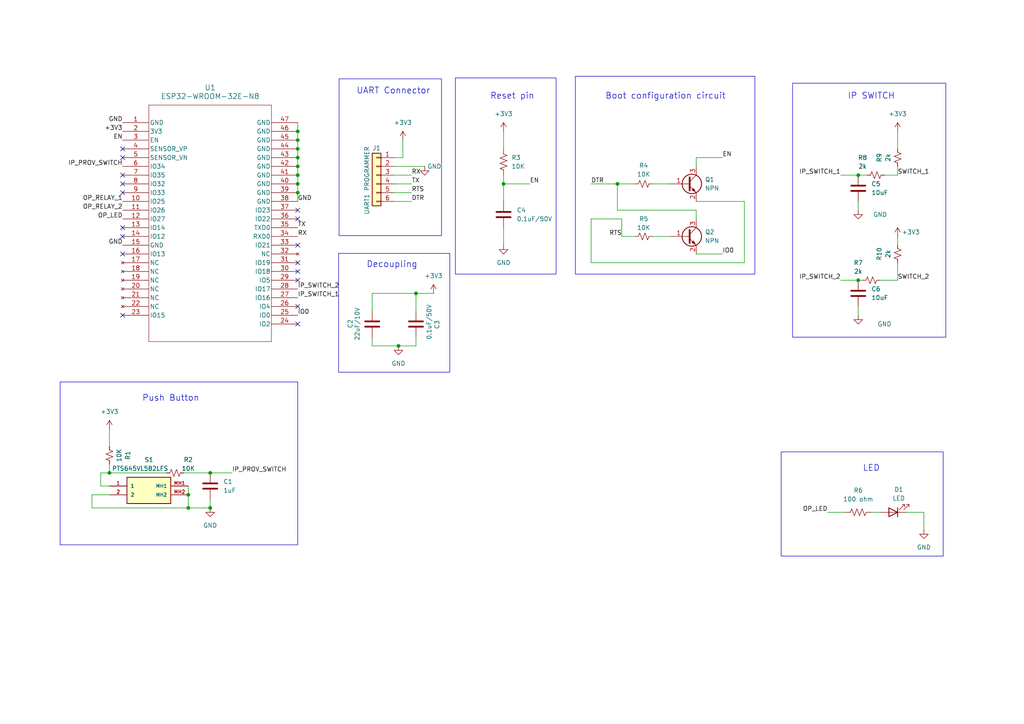
<source format=kicad_sch>
(kicad_sch (version 20231120) (generator "eeschema") (generator_version "8.0")
  (paper "A4")
  (lib_symbols
    (symbol "Connector_Generic:Conn_01x06" (pin_names (offset 1.016) hide)
      (property "Reference" "J" (at 0 7.62 0))
      (property "Value" "Conn_01x06" (at 0 -10.16 0))
      (symbol "Conn_01x06_1_1"
        (rectangle (start -1.27 -7.493) (end 0 -7.747) (stroke (width 0.1524)))
        (rectangle (start -1.27 -4.953) (end 0 -5.207) (stroke (width 0.1524)))
        (rectangle (start -1.27 -2.413) (end 0 -2.667) (stroke (width 0.1524)))
        (rectangle (start -1.27 0.127) (end 0 -0.127) (stroke (width 0.1524)))
        (rectangle (start -1.27 2.667) (end 0 2.413) (stroke (width 0.1524)))
        (rectangle (start -1.27 5.207) (end 0 4.953) (stroke (width 0.1524)))
        (rectangle (start -1.27 6.35) (end 1.27 -8.89) (stroke (width 0.254)) (fill (type background)))
        (pin passive line (at -5.08 5.08 0) (length 3.81) (name "Pin_1") (number "1"))
        (pin passive line (at -5.08 2.54 0) (length 3.81) (name "Pin_2") (number "2"))
        (pin passive line (at -5.08 0 0) (length 3.81) (name "Pin_3") (number "3"))
        (pin passive line (at -5.08 -2.54 0) (length 3.81) (name "Pin_4") (number "4"))
        (pin passive line (at -5.08 -5.08 0) (length 3.81) (name "Pin_5") (number "5"))
        (pin passive line (at -5.08 -7.62 0) (length 3.81) (name "Pin_6") (number "6"))
      )
    )
    (symbol "Device:C" (pin_numbers hide) (pin_names (offset 0.254))
      (property "Reference" "C" (at 0.635 2.54 0))
      (property "Value" "C" (at 0.635 -2.54 0))
      (symbol "C_0_1"
        (polyline (pts (xy -2.032 -0.762) (xy 2.032 -0.762)) (stroke (width 0.508)))
        (polyline (pts (xy -2.032 0.762) (xy 2.032 0.762)) (stroke (width 0.508)))
      )
      (symbol "C_1_1"
        (pin passive line (at 0 3.81 270) (length 2.794) (name "~") (number "1"))
        (pin passive line (at 0 -3.81 90) (length 2.794) (name "~") (number "2"))
      )
    )
    (symbol "Device:LED" (pin_numbers hide) (pin_names (offset 1.016) hide)
      (property "Reference" "D" (at 0 2.54 0))
      (property "Value" "LED" (at 0 -2.54 0))
      (symbol "LED_0_1"
        (polyline (pts (xy -1.27 -1.27) (xy -1.27 1.27)) (stroke (width 0.254)))
        (polyline (pts (xy -1.27 0) (xy 1.27 0)))
        (polyline (pts (xy 1.27 -1.27) (xy 1.27 1.27) (xy -1.27 0) (xy 1.27 -1.27)) (stroke (width 0.254)))
        (polyline (pts (xy -3.048 -0.762) (xy -4.572 -2.286) (xy -3.81 -2.286) (xy -4.572 -2.286) (xy -4.572 -1.524)))
        (polyline (pts (xy -1.778 -0.762) (xy -3.302 -2.286) (xy -2.54 -2.286) (xy -3.302 -2.286) (xy -3.302 -1.524)))
      )
      (symbol "LED_1_1"
        (pin passive line (at -3.81 0 0) (length 2.54) (name "K") (number "1"))
        (pin passive line (at 3.81 0 180) (length 2.54) (name "A") (number "2"))
      )
    )
    (symbol "Device:R_Small_US" (pin_numbers hide) (pin_names (offset 0.254) hide)
      (property "Reference" "R" (at 0.762 0.508 0))
      (property "Value" "R_Small_US" (at 0.762 -1.016 0))
      (symbol "R_Small_US_1_1"
        (polyline (pts (xy 0 0) (xy 1.016 -0.381) (xy 0 -0.762) (xy -1.016 -1.143) (xy 0 -1.524)))
        (polyline (pts (xy 0 1.524) (xy 1.016 1.143) (xy 0 0.762) (xy -1.016 0.381) (xy 0 0)))
        (pin passive line (at 0 2.54 270) (length 1.016) (name "~") (number "1"))
        (pin passive line (at 0 -2.54 90) (length 1.016) (name "~") (number "2"))
      )
    )
    (symbol "Device:R_US" (pin_numbers hide) (pin_names (offset 0))
      (property "Reference" "R" (at 2.54 0 90))
      (property "Value" "R_US" (at -2.54 0 90))
      (symbol "R_US_0_1"
        (polyline (pts (xy 0 -2.286) (xy 0 -2.54)))
        (polyline (pts (xy 0 2.286) (xy 0 2.54)))
        (polyline (pts (xy 0 -0.762) (xy 1.016 -1.143) (xy 0 -1.524) (xy -1.016 -1.905) (xy 0 -2.286)))
        (polyline (pts (xy 0 0.762) (xy 1.016 0.381) (xy 0 0) (xy -1.016 -0.381) (xy 0 -0.762)))
        (polyline (pts (xy 0 2.286) (xy 1.016 1.905) (xy 0 1.524) (xy -1.016 1.143) (xy 0 0.762)))
      )
      (symbol "R_US_1_1"
        (pin passive line (at 0 3.81 270) (length 1.27) (name "~") (number "1"))
        (pin passive line (at 0 -3.81 90) (length 1.27) (name "~") (number "2"))
      )
    )
    (symbol "New_Library:ESP32-WROOM-32E-N8_1" (pin_names (offset 0.254))
      (property "Reference" "U1" (at 25.4 8.89 0))
      (property "Value" "ESP32-WROOM-32E-N8" (at 25.4 6.35 0))
      (symbol "ESP32-WROOM-32E-N8_1_0_1"
        (polyline (pts (xy 7.62 -63.5) (xy 43.18 -63.5)) (stroke (width 0.127)))
        (polyline (pts (xy 7.62 5.08) (xy 7.62 -63.5)) (stroke (width 0.127)))
        (polyline (pts (xy 43.18 -63.5) (xy 43.18 5.08)) (stroke (width 0.127)))
        (polyline (pts (xy 43.18 5.08) (xy 7.62 5.08)) (stroke (width 0.127)))
        (pin bidirectional line (at 0 -22.86 0) (length 7.62) (name "IO25") (number "10"))
        (pin bidirectional line (at 0 -25.4 0) (length 7.62) (name "IO26") (number "11"))
        (pin bidirectional line (at 0 -27.94 0) (length 7.62) (name "IO27") (number "12"))
        (pin bidirectional line (at 0 -30.48 0) (length 7.62) (name "IO14") (number "13"))
        (pin bidirectional line (at 0 -33.02 0) (length 7.62) (name "IO12") (number "14"))
        (pin bidirectional line (at 0 -38.1 0) (length 7.62) (name "IO13") (number "16"))
        (pin no_connect line (at 0 -40.64 0) (length 7.62) (name "NC") (number "17"))
        (pin no_connect line (at 0 -43.18 0) (length 7.62) (name "NC") (number "18"))
        (pin no_connect line (at 0 -45.72 0) (length 7.62) (name "NC") (number "19"))
        (pin power_in line (at 0 -2.54 0) (length 7.62) (name "3V3") (number "2"))
        (pin no_connect line (at 0 -48.26 0) (length 7.62) (name "NC") (number "20"))
        (pin no_connect line (at 0 -50.8 0) (length 7.62) (name "NC") (number "21"))
        (pin no_connect line (at 0 -53.34 0) (length 7.62) (name "NC") (number "22"))
        (pin bidirectional line (at 0 -55.88 0) (length 7.62) (name "IO15") (number "23"))
        (pin bidirectional line (at 50.8 -58.42 180) (length 7.62) (name "IO2") (number "24"))
        (pin bidirectional line (at 50.8 -55.88 180) (length 7.62) (name "IO0") (number "25"))
        (pin bidirectional line (at 50.8 -53.34 180) (length 7.62) (name "IO4") (number "26"))
        (pin bidirectional line (at 50.8 -50.8 180) (length 7.62) (name "IO16") (number "27"))
        (pin bidirectional line (at 50.8 -48.26 180) (length 7.62) (name "IO17") (number "28"))
        (pin bidirectional line (at 50.8 -45.72 180) (length 7.62) (name "IO5") (number "29"))
        (pin input line (at 0 -5.08 0) (length 7.62) (name "EN") (number "3"))
        (pin bidirectional line (at 50.8 -43.18 180) (length 7.62) (name "IO18") (number "30"))
        (pin bidirectional line (at 50.8 -40.64 180) (length 7.62) (name "IO19") (number "31"))
        (pin no_connect line (at 50.8 -38.1 180) (length 7.62) (name "NC") (number "32"))
        (pin bidirectional line (at 50.8 -35.56 180) (length 7.62) (name "IO21") (number "33"))
        (pin bidirectional line (at 50.8 -33.02 180) (length 7.62) (name "RXD0") (number "34"))
        (pin bidirectional line (at 50.8 -30.48 180) (length 7.62) (name "TXD0") (number "35"))
        (pin bidirectional line (at 50.8 -27.94 180) (length 7.62) (name "IO22") (number "36"))
        (pin bidirectional line (at 50.8 -25.4 180) (length 7.62) (name "IO23") (number "37"))
        (pin input line (at 0 -7.62 0) (length 7.62) (name "SENSOR_VP") (number "4"))
        (pin power_out line (at 50.8 0 180) (length 7.62) (name "GND") (number "47"))
        (pin input line (at 0 -10.16 0) (length 7.62) (name "SENSOR_VN") (number "5"))
        (pin input line (at 0 -12.7 0) (length 7.62) (name "IO34") (number "6"))
        (pin input line (at 0 -15.24 0) (length 7.62) (name "IO35") (number "7"))
        (pin bidirectional line (at 0 -17.78 0) (length 7.62) (name "IO32") (number "8"))
        (pin bidirectional line (at 0 -20.32 0) (length 7.62) (name "IO33") (number "9"))
      )
      (symbol "ESP32-WROOM-32E-N8_1_1_1"
        (pin power_in line (at 0 0 0) (length 7.62) (name "GND") (number "1"))
        (pin power_in line (at 0 -35.56 0) (length 7.62) (name "GND") (number "15"))
        (pin power_in line (at 50.8 -22.86 180) (length 7.62) (name "GND") (number "38"))
        (pin power_in line (at 50.8 -20.32 180) (length 7.62) (name "GND") (number "39"))
        (pin power_in line (at 50.8 -17.78 180) (length 7.62) (name "GND") (number "40"))
        (pin power_in line (at 50.8 -15.24 180) (length 7.62) (name "GND") (number "41"))
        (pin power_in line (at 50.8 -12.7 180) (length 7.62) (name "GND") (number "42"))
        (pin power_in line (at 50.8 -10.16 180) (length 7.62) (name "GND") (number "43"))
        (pin power_in line (at 50.8 -7.62 180) (length 7.62) (name "GND") (number "44"))
        (pin power_in line (at 50.8 -5.08 180) (length 7.62) (name "GND") (number "45"))
        (pin power_in line (at 50.8 -2.54 180) (length 7.62) (name "GND") (number "46"))
      )
    )
    (symbol "PTS645VL582LFS_1" (pin_names (offset 1.016))
      (property "Reference" "S1" (at 11.43 7.62 0))
      (property "Value" "PTS645VL582LFS" (at 11.43 -7.62 0))
      (symbol "PTS645VL582LFS_1_0_0"
        (rectangle (start 5.08 -5.08) (end 17.78 2.54) (stroke (width 0.254)) (fill (type background)))
      )
      (symbol "PTS645VL582LFS_1_1_0"
        (pin passive line (at 0 0 0) (length 5.08) (name "1") (number "1"))
        (pin passive line (at 0 -2.54 0) (length 5.08) (name "2") (number "2"))
        (pin free line (at 22.86 0 180) (length 5.08) (name "MH1") (number "MH1"))
        (pin free line (at 22.86 -2.54 180) (length 5.08) (name "MH2") (number "MH2"))
      )
    )
    (symbol "Transistor_BJT:MMBTA42" (pin_names (offset 0) hide)
      (property "Reference" "Q" (at 5.08 1.905 0))
      (property "Value" "MMBTA42" (at 5.08 0 0))
      (symbol "MMBTA42_0_1"
        (polyline (pts (xy 0 0) (xy 0.635 0)))
        (polyline (pts (xy 0.635 0.635) (xy 2.54 2.54)))
        (polyline (pts (xy 0.635 -0.635) (xy 2.54 -2.54) (xy 2.54 -2.54)))
        (polyline (pts (xy 0.635 1.905) (xy 0.635 -1.905) (xy 0.635 -1.905)) (stroke (width 0.508)))
        (polyline (pts (xy 1.27 -1.778) (xy 1.778 -1.27) (xy 2.286 -2.286) (xy 1.27 -1.778) (xy 1.27 -1.778)) (fill (type outline)))
        (circle (center 1.27 0) (radius 2.8194) (stroke (width 0.254)))
      )
      (symbol "MMBTA42_1_1"
        (pin input line (at -5.08 0 0) (length 5.08) (name "B") (number "1"))
        (pin passive line (at 2.54 -5.08 90) (length 2.54) (name "E") (number "2"))
        (pin passive line (at 2.54 5.08 270) (length 2.54) (name "C") (number "3"))
      )
    )
    (symbol "power:+3V3" (power) (pin_numbers hide) (pin_names (offset 0) hide)
      (property "Value" "+3V3" (at 0 3.556 0))
      (symbol "+3V3_0_1"
        (polyline (pts (xy -0.762 1.27) (xy 0 2.54)))
        (polyline (pts (xy 0 0) (xy 0 2.54)))
        (polyline (pts (xy 0 2.54) (xy 0.762 1.27)))
      )
      (symbol "+3V3_1_1"
        (pin power_in line (at 0 0 90) (length 0) (name "~") (number "1"))
      )
    )
    (symbol "power:GND" (power) (pin_numbers hide) (pin_names (offset 0) hide)
      (property "Value" "GND" (at 0 -3.81 0))
      (symbol "GND_0_1"
        (polyline (pts (xy 0 0) (xy 0 -1.27) (xy 1.27 -1.27) (xy 0 -2.54) (xy -1.27 -1.27) (xy 0 -1.27)))
      )
      (symbol "GND_1_1"
        (pin power_in line (at 0 0 270) (length 0) (name "~") (number "1"))
      )
    )
  )
  (junction (at 54.61 147.32))
  (junction (at 86.36 50.8))
  (junction (at 120.65 85.09))
  (junction (at 86.36 48.26))
  (junction (at 54.61 143.51))
  (junction (at 248.92 50.8))
  (junction (at 86.36 40.64))
  (junction (at 248.92 81.28))
  (junction (at 86.36 53.34))
  (junction (at 86.36 45.72))
  (junction (at 86.36 38.1))
  (junction (at 86.36 55.88))
  (junction (at 86.36 43.18))
  (junction (at 115.57 100.33))
  (junction (at 60.96 137.16))
  (junction (at 179.07 53.34))
  (junction (at 146.05 53.34))
  (junction (at 31.75 137.16))
  (junction (at 60.96 147.32))
  (no_connect (at 35.56 45.72))
  (no_connect (at 35.56 43.18))
  (no_connect (at 35.56 55.88))
  (no_connect (at 35.56 50.8))
  (no_connect (at 35.56 68.58))
  (no_connect (at 86.36 71.12))
  (no_connect (at 86.36 88.9))
  (no_connect (at 86.36 60.96))
  (no_connect (at 35.56 73.66))
  (no_connect (at 86.36 63.5))
  (no_connect (at 86.36 76.2))
  (no_connect (at 35.56 91.44))
  (no_connect (at 86.36 78.74))
  (no_connect (at 35.56 66.04))
  (no_connect (at 86.36 81.28))
  (no_connect (at 86.36 93.98))
  (no_connect (at 35.56 53.34))
  (wire (pts (xy 86.36 45.72) (xy 86.36 48.26)))
  (wire (pts (xy 240.03 148.59) (xy 245.11 148.59)))
  (wire (pts (xy 107.95 100.33) (xy 115.57 100.33)))
  (wire (pts (xy 114.3 50.8) (xy 119.38 50.8)))
  (wire (pts (xy 260.35 38.1) (xy 260.35 43.18)))
  (wire (pts (xy 114.3 55.88) (xy 119.38 55.88)))
  (wire (pts (xy 53.34 137.16) (xy 60.96 137.16)))
  (wire (pts (xy 26.67 147.32) (xy 54.61 147.32)))
  (wire (pts (xy 26.67 143.51) (xy 26.67 147.32)))
  (wire (pts (xy 179.07 60.96) (xy 201.93 60.96)))
  (wire (pts (xy 171.45 53.34) (xy 179.07 53.34)))
  (wire (pts (xy 201.93 60.96) (xy 201.93 63.5)))
  (wire (pts (xy 146.05 53.34) (xy 153.67 53.34)))
  (wire (pts (xy 60.96 144.78) (xy 60.96 147.32)))
  (wire (pts (xy 120.65 85.09) (xy 125.73 85.09)))
  (wire (pts (xy 86.36 38.1) (xy 86.36 40.64)))
  (wire (pts (xy 115.57 100.33) (xy 120.65 100.33)))
  (wire (pts (xy 120.65 85.09) (xy 120.65 90.17)))
  (wire (pts (xy 86.36 43.18) (xy 86.36 45.72)))
  (wire (pts (xy 171.45 63.5) (xy 171.45 76.2)))
  (wire (pts (xy 146.05 38.1) (xy 146.05 43.18)))
  (wire (pts (xy 86.36 40.64) (xy 86.36 43.18)))
  (wire (pts (xy 107.95 97.79) (xy 107.95 100.33)))
  (wire (pts (xy 243.84 81.28) (xy 248.92 81.28)))
  (wire (pts (xy 189.23 68.58) (xy 194.31 68.58)))
  (wire (pts (xy 255.27 81.28) (xy 260.35 81.28)))
  (wire (pts (xy 31.75 124.46) (xy 31.75 129.54)))
  (wire (pts (xy 107.95 85.09) (xy 120.65 85.09)))
  (wire (pts (xy 201.93 45.72) (xy 209.55 45.72)))
  (wire (pts (xy 260.35 68.58) (xy 260.35 71.12)))
  (wire (pts (xy 29.21 137.16) (xy 29.21 140.97)))
  (wire (pts (xy 48.26 137.16) (xy 31.75 137.16)))
  (wire (pts (xy 243.84 50.8) (xy 248.92 50.8)))
  (wire (pts (xy 31.75 134.62) (xy 31.75 137.16)))
  (wire (pts (xy 252.73 148.59) (xy 255.27 148.59)))
  (wire (pts (xy 260.35 48.26) (xy 260.35 50.8)))
  (wire (pts (xy 248.92 81.28) (xy 250.19 81.28)))
  (wire (pts (xy 180.34 63.5) (xy 171.45 63.5)))
  (wire (pts (xy 26.67 143.51) (xy 31.75 143.51)))
  (wire (pts (xy 107.95 90.17) (xy 107.95 85.09)))
  (wire (pts (xy 180.34 68.58) (xy 180.34 63.5)))
  (wire (pts (xy 201.93 73.66) (xy 209.55 73.66)))
  (wire (pts (xy 215.9 76.2) (xy 215.9 58.42)))
  (wire (pts (xy 54.61 140.97) (xy 54.61 143.51)))
  (wire (pts (xy 189.23 53.34) (xy 194.31 53.34)))
  (wire (pts (xy 180.34 68.58) (xy 184.15 68.58)))
  (wire (pts (xy 146.05 50.8) (xy 146.05 53.34)))
  (wire (pts (xy 179.07 53.34) (xy 184.15 53.34)))
  (wire (pts (xy 146.05 66.04) (xy 146.05 71.12)))
  (wire (pts (xy 114.3 48.26) (xy 123.19 48.26)))
  (wire (pts (xy 201.93 45.72) (xy 201.93 48.26)))
  (wire (pts (xy 86.36 48.26) (xy 86.36 50.8)))
  (wire (pts (xy 86.36 50.8) (xy 86.36 53.34)))
  (wire (pts (xy 54.61 143.51) (xy 54.61 147.32)))
  (wire (pts (xy 114.3 58.42) (xy 119.38 58.42)))
  (wire (pts (xy 116.84 45.72) (xy 114.3 45.72)))
  (wire (pts (xy 171.45 76.2) (xy 215.9 76.2)))
  (wire (pts (xy 29.21 140.97) (xy 31.75 140.97)))
  (wire (pts (xy 146.05 53.34) (xy 146.05 58.42)))
  (wire (pts (xy 248.92 50.8) (xy 251.46 50.8)))
  (wire (pts (xy 262.89 148.59) (xy 267.97 148.59)))
  (wire (pts (xy 248.92 58.42) (xy 248.92 60.96)))
  (wire (pts (xy 31.75 137.16) (xy 29.21 137.16)))
  (wire (pts (xy 116.84 40.64) (xy 116.84 45.72)))
  (wire (pts (xy 179.07 53.34) (xy 179.07 60.96)))
  (wire (pts (xy 120.65 100.33) (xy 120.65 97.79)))
  (wire (pts (xy 86.36 35.56) (xy 86.36 38.1)))
  (wire (pts (xy 114.3 53.34) (xy 119.38 53.34)))
  (wire (pts (xy 267.97 148.59) (xy 267.97 153.67)))
  (wire (pts (xy 86.36 55.88) (xy 86.36 58.42)))
  (wire (pts (xy 60.96 137.16) (xy 67.31 137.16)))
  (wire (pts (xy 248.92 88.9) (xy 248.92 91.44)))
  (wire (pts (xy 54.61 147.32) (xy 60.96 147.32)))
  (wire (pts (xy 260.35 76.2) (xy 260.35 81.28)))
  (wire (pts (xy 215.9 58.42) (xy 201.93 58.42)))
  (wire (pts (xy 256.54 50.8) (xy 260.35 50.8)))
  (wire (pts (xy 86.36 53.34) (xy 86.36 55.88)))
  (rectangle (start 229.87 24.13) (end 274.32 97.79))
  (rectangle (start 17.4469 110.7848) (end 86.36 158.0288))
  (rectangle (start 98.2062 73.4977) (end 130.4642 107.95))
  (rectangle (start 132.08 22.606) (end 161.29 79.502))
  (rectangle (start 98.3421 22.8697) (end 128.0601 68.3357))
  (rectangle (start 166.878 22.1166) (end 218.948 79.502))
  (rectangle (start 226.568 131.064) (end 273.558 161.29))
  (text "Boot configuration circuit\n" (at 193.04 27.94 0) (effects (font (size 1.778 1.778))))
  (text "IP SWITCH" (at 252.73 27.94 0) (effects (font (size 1.778 1.778))))
  (text "Decoupling" (at 113.7002 76.7997 0) (effects (font (size 1.778 1.778))))
  (text "Push Button" (at 49.53 115.57 0) (effects (font (size 1.778 1.778))))
  (text "UART Connector" (at 114.0901 26.4257 0) (effects (font (size 1.778 1.778))))
  (text "LED" (at 252.73 135.89 0) (effects (font (size 1.778 1.778))))
  (text "Reset pin" (at 148.59 27.94 0) (effects (font (size 1.778 1.778))))
  (label "RX" (at 119.38 50.8 0))
  (label "RTS" (at 180.34 68.58 180))
  (label "EN" (at 209.55 45.72 0))
  (label "IP_SWITCH_1" (at 86.36 86.36 0))
  (label "OP_LED" (at 35.56 63.5 180))
  (label "IP_PROV_SWITCH" (at 35.56 48.26 180))
  (label "DTR" (at 119.38 58.42 0))
  (label "+3V3" (at 35.56 38.1 180))
  (label "IO0" (at 86.36 91.44 0))
  (label "TX" (at 86.36 66.04 0))
  (label "OP_RELAY_1" (at 35.56 58.42 180))
  (label "IP_SWITCH_1" (at 243.84 50.8 180))
  (label "IP_PROV_SWITCH" (at 67.31 137.16 0))
  (label "IP_SWITCH_2" (at 243.84 81.28 180))
  (label "IP_SWITCH_2" (at 86.36 83.82 0))
  (label "SWITCH_2" (at 260.35 81.28 0))
  (label "SWITCH_1" (at 260.35 50.8 0))
  (label "EN" (at 35.56 40.64 180))
  (label "TX" (at 119.38 53.34 0))
  (label "IO0" (at 209.55 73.66 0))
  (label "OP_LED" (at 240.03 148.59 180))
  (label "RX" (at 86.36 68.58 0))
  (label "RTS" (at 119.38 55.88 0))
  (label "DTR" (at 171.45 53.34 0))
  (label "GND" (at 35.56 35.56 180))
  (label "OP_RELAY_2" (at 35.56 60.96 180))
  (label "GND" (at 35.56 71.12 180))
  (label "GND" (at 86.36 58.42 0))
  (label "EN" (at 153.67 53.34 0))
  (symbol (lib_id "Transistor_BJT:MMBTA42") (at 199.39 68.58 0) (unit 1)
    (property "Reference" "Q2" (at 204.47 67.3099 0) (effects (justify left)))
    (property "Value" "NPN" (at 204.47 69.8499 0) (effects (justify left)))
    (property "Footprint" "Package_TO_SOT_SMD:SOT-23" (effects (hide yes)))
    (property "Datasheet" "https://www.onsemi.com/pub/Collateral/MMBTA42LT1-D.PDF" (effects (hide yes)))
    (property "Description" "0.5A Ic, 300V Vce, NPN High Voltage Transistor, SOT-23" (effects (hide yes)))
  )
  (symbol (lib_id "power:GND") (at 123.19 48.26 0) (unit 1)
    (property "Reference" "#PWR05" (effects (hide yes)))
    (property "Value" "GND" (at 125.984 48.26 0))
    (property "Description" "Power symbol creates a global label with name \"GND\" , ground" (effects (hide yes)))
  )
  (symbol (lib_id "Device:R_Small_US") (at 31.75 132.08 0) (unit 1)
    (property "Reference" "R1" (at 37.084 132.08 90))
    (property "Value" "10K" (at 34.544 132.08 90))
    (property "Footprint" "Resistor_SMD:R_0805_2012Metric" (effects (hide yes)))
    (property "Description" "Resistor, small US symbol" (effects (hide yes)))
  )
  (symbol (lib_id "Device:R_Small_US") (at 252.73 81.28 270) (unit 1)
    (property "Reference" "R7" (at 248.92 76.2 90))
    (property "Value" "2k" (at 248.92 78.74 90))
    (property "Footprint" "footprient:RESC1608X55N" (effects (hide yes)))
    (property "Description" "Resistor, small US symbol" (effects (hide yes)))
  )
  (symbol (lib_id "Transistor_BJT:MMBTA42") (at 199.39 53.34 0) (unit 1)
    (property "Reference" "Q1" (at 204.47 52.0699 0) (effects (justify left)))
    (property "Value" "NPN" (at 204.47 54.6099 0) (effects (justify left)))
    (property "Footprint" "Package_TO_SOT_SMD:SOT-23" (effects (hide yes)))
    (property "Datasheet" "https://www.onsemi.com/pub/Collateral/MMBTA42LT1-D.PDF" (effects (hide yes)))
    (property "Description" "0.5A Ic, 300V Vce, NPN High Voltage Transistor, SOT-23" (effects (hide yes)))
  )
  (symbol (lib_id "power:+3V3") (at 31.75 124.46 0) (unit 1)
    (property "Reference" "#PWR01" (effects (hide yes)))
    (property "Value" "+3V3" (at 31.75 119.38 0))
    (property "Description" "Power symbol creates a global label with name \"+3V3\"" (effects (hide yes)))
  )
  (symbol (lib_id "power:GND") (at 248.92 91.44 0) (unit 1)
    (property "Reference" "#PWR010" (effects (hide yes)))
    (property "Value" "GND" (at 256.54 93.98 0))
    (property "Description" "Power symbol creates a global label with name \"GND\" , ground" (effects (hide yes)))
  )
  (symbol (lib_id "power:+3V3") (at 146.05 38.1 0) (unit 1)
    (property "Reference" "#PWR07" (effects (hide yes)))
    (property "Value" "+3V3" (at 146.05 33.02 0))
    (property "Description" "Power symbol creates a global label with name \"+3V3\"" (effects (hide yes)))
  )
  (symbol (lib_id "Device:C") (at 146.05 62.23 0) (unit 1)
    (property "Reference" "C4" (at 149.86 60.9599 0) (effects (justify left)))
    (property "Value" "0.1uF/50V" (at 149.86 63.4999 0) (effects (justify left)))
    (property "Footprint" "Capacitor_SMD:C_0805_2012Metric" (effects (hide yes)))
    (property "Description" "Unpolarized capacitor" (effects (hide yes)))
  )
  (symbol (lib_id "Device:C") (at 120.65 93.98 0) (unit 1)
    (property "Reference" "C3" (at 126.746 95.504 90) (effects (justify left)))
    (property "Value" "0.1uF/50V" (at 124.46 98.552 90) (effects (justify left)))
    (property "Footprint" "Capacitor_SMD:C_0805_2012Metric" (effects (hide yes)))
    (property "Description" "Unpolarized capacitor" (effects (hide yes)))
  )
  (symbol (lib_id "Device:R_Small_US") (at 50.8 137.16 270) (unit 1)
    (property "Reference" "R2" (at 54.61 133.35 90))
    (property "Value" "10K" (at 54.61 135.89 90))
    (property "Footprint" "Resistor_SMD:R_0805_2012Metric" (effects (hide yes)))
    (property "Description" "Resistor, small US symbol" (effects (hide yes)))
  )
  (symbol (lib_id "Device:R_US") (at 248.92 148.59 90) (unit 1)
    (property "Reference" "R6" (at 248.92 142.24 90))
    (property "Value" "100 ohm" (at 248.92 144.78 90))
    (property "Footprint" "footprient:RES_RK73B_1J_KOA" (effects (hide yes)))
    (property "Description" "Resistor, US symbol" (effects (hide yes)))
  )
  (symbol (lib_id "Device:C") (at 248.92 54.61 0) (unit 1)
    (property "Reference" "C5" (at 252.73 53.3399 0) (effects (justify left)))
    (property "Value" "10uF" (at 252.73 55.8799 0) (effects (justify left)))
    (property "Footprint" "footprient:G-188_MUR" (effects (hide yes)))
    (property "Description" "Unpolarized capacitor" (effects (hide yes)))
  )
  (symbol (lib_id "Device:C") (at 107.95 93.98 0) (unit 1)
    (property "Reference" "C2" (at 101.6 95.25 90) (effects (justify left)))
    (property "Value" "22uF/10V" (at 103.632 98.806 90) (effects (justify left)))
    (property "Footprint" "Capacitor_SMD:C_0603_1608Metric" (effects (hide yes)))
    (property "Description" "Unpolarized capacitor" (effects (hide yes)))
  )
  (symbol (lib_id "Connector_Generic:Conn_01x06") (at 109.22 50.8 0) (mirror y) (unit 1)
    (property "Reference" "J1" (at 109.22 42.926 0))
    (property "Value" "UART1 PROGRAMMER" (at 106.426 52.324 90))
    (property "Footprint" "Connector_PinHeader_2.54mm:PinHeader_1x06_P2.54mm_Vertical" (effects (hide yes)))
    (property "Description" "Generic connector, single row, 01x06, script generated (kicad-library-utils/schlib/autogen/connector/)" (effects (hide yes)))
  )
  (symbol (lib_id "Device:C") (at 60.96 140.97 0) (unit 1)
    (property "Reference" "C1" (at 64.77 139.6999 0) (effects (justify left)))
    (property "Value" "1uF" (at 64.77 142.2399 0) (effects (justify left)))
    (property "Footprint" "footprient:CAP_CC0201_YAG" (effects (hide yes)))
    (property "Description" "Unpolarized capacitor" (effects (hide yes)))
  )
  (symbol (lib_id "Device:R_Small_US") (at 260.35 45.72 180) (unit 1)
    (property "Reference" "R9" (at 255.016 45.72 90))
    (property "Value" "2k" (at 257.556 45.72 90))
    (property "Footprint" "footprient:RESC1608X55N" (effects (hide yes)))
    (property "Description" "Resistor, small US symbol" (effects (hide yes)))
  )
  (symbol (lib_id "power:+3V3") (at 260.35 68.58 0) (unit 1)
    (property "Reference" "#PWR012" (effects (hide yes)))
    (property "Value" "+3V3" (at 264.16 67.31 0))
    (property "Description" "Power symbol creates a global label with name \"+3V3\"" (effects (hide yes)))
  )
  (symbol (lib_id "power:GND") (at 60.96 147.32 0) (unit 1)
    (property "Reference" "#PWR02" (effects (hide yes)))
    (property "Value" "GND" (at 60.96 152.4 0))
    (property "Description" "Power symbol creates a global label with name \"GND\" , ground" (effects (hide yes)))
  )
  (symbol (lib_id "Device:R_Small_US") (at 254 50.8 270) (unit 1)
    (property "Reference" "R8" (at 250.19 45.72 90))
    (property "Value" "2k" (at 250.19 48.26 90))
    (property "Footprint" "footprient:RESC1608X55N" (effects (hide yes)))
    (property "Description" "Resistor, small US symbol" (effects (hide yes)))
  )
  (symbol (lib_id "power:GND") (at 146.05 71.12 0) (unit 1)
    (property "Reference" "#PWR08" (effects (hide yes)))
    (property "Value" "GND" (at 146.05 76.2 0))
    (property "Description" "Power symbol creates a global label with name \"GND\" , ground" (effects (hide yes)))
  )
  (symbol (lib_id "Device:LED") (at 259.08 148.59 180) (unit 1)
    (property "Reference" "D1" (at 260.6675 141.986 0))
    (property "Value" "LED" (at 260.6675 144.526 0))
    (property "Footprint" "LED_SMD:LED_0603_1608Metric" (effects (hide yes)))
    (property "Description" "Light emitting diode" (effects (hide yes)))
  )
  (symbol (lib_id "New_Library:ESP32-WROOM-32E-N8_1") (at 35.56 35.56 0) (unit 1)
    (property "Reference" "U1" (at 60.96 25.4 0) (effects (font (size 1.524 1.524))))
    (property "Value" "ESP32-WROOM-32E-N8" (at 60.96 27.94 0) (effects (font (size 1.524 1.524))))
    (property "Footprint" "footprient:ESP32­WROOM­32E_EXP" (effects (hide yes)))
    (property "Datasheet" "ESP32-WROOM-32E-N8" (effects (hide yes)))
  )
  (symbol (lib_id "Device:R_US") (at 146.05 46.99 0) (unit 1)
    (property "Reference" "R3" (at 148.336 45.7199 0) (effects (justify left)))
    (property "Value" "10K" (at 148.336 48.2599 0) (effects (justify left)))
    (property "Footprint" "Resistor_SMD:R_0805_2012Metric" (effects (hide yes)))
    (property "Description" "Resistor, US symbol" (effects (hide yes)))
  )
  (symbol (lib_id "Device:R_Small_US") (at 186.69 53.34 90) (unit 1)
    (property "Reference" "R4" (at 186.69 48.006 90))
    (property "Value" "10K" (at 186.69 50.546 90))
    (property "Footprint" "Resistor_SMD:R_0805_2012Metric" (effects (hide yes)))
    (property "Description" "Resistor, small US symbol" (effects (hide yes)))
  )
  (symbol (lib_id "power:+3V3") (at 125.73 85.09 0) (unit 1)
    (property "Reference" "#PWR06" (effects (hide yes)))
    (property "Value" "+3V3" (at 125.73 80.01 0))
    (property "Description" "Power symbol creates a global label with name \"+3V3\"" (effects (hide yes)))
  )
  (symbol (lib_id "Device:R_Small_US") (at 186.69 68.58 90) (unit 1)
    (property "Reference" "R5" (at 186.69 63.5 90))
    (property "Value" "10K" (at 186.69 66.04 90))
    (property "Footprint" "Resistor_SMD:R_0805_2012Metric" (effects (hide yes)))
    (property "Description" "Resistor, small US symbol" (effects (hide yes)))
  )
  (symbol (lib_id "power:+3V3") (at 260.35 38.1 0) (unit 1)
    (property "Reference" "#PWR011" (effects (hide yes)))
    (property "Value" "+3V3" (at 260.35 33.02 0))
    (property "Description" "Power symbol creates a global label with name \"+3V3\"" (effects (hide yes)))
  )
  (symbol (lib_id "Device:R_Small_US") (at 260.35 73.66 180) (unit 1)
    (property "Reference" "R10" (at 255.016 73.66 90))
    (property "Value" "2k" (at 257.556 73.66 90))
    (property "Footprint" "footprient:RESC1608X55N" (effects (hide yes)))
    (property "Description" "Resistor, small US symbol" (effects (hide yes)))
  )
  (symbol (lib_name "PTS645VL582LFS_1") (lib_id "PTS645VL582LFS:PTS645VL582LFS") (at 31.75 140.97 0) (unit 1)
    (property "Reference" "S1" (at 43.18 133.35 0))
    (property "Value" "PTS645VL582LFS" (at 40.64 135.89 0))
    (property "Footprint" "footprient:PTS645VL582LFS" (effects (hide yes)))
    (property "Description" "Tactile Switches SWITCH TACTILE" (effects (hide yes)))
    (property "MANUFACTURER_NAME" "C & K COMPONENTS" (effects (hide yes)))
    (property "MF" "C&K" (effects (hide yes)))
    (property "MOUSER_PRICE-STOCK" "https://www.mouser.co.uk/ProductDetail/CK/PTS645VL582LFS?qs=FQH5YrIbzh%2FxjYwrgriFhw%3D%3D" (effects (hide yes)))
    (property "MOUSER_PART_NUMBER" "611-PTS645VL582" (effects (hide yes)))
    (property "Price" "None" (effects (hide yes)))
    (property "Package" "None" (effects (hide yes)))
    (property "Check_prices" "https://www.snapeda.com/parts/PTS645VL58-2%20LFS/C%2526K/view-part/?ref=eda" (effects (hide yes)))
    (property "HEIGHT" "6.2mm" (effects (hide yes)))
    (property "SnapEDA_Link" "https://www.snapeda.com/parts/PTS645VL58-2%20LFS/C%2526K/view-part/?ref=snap" (effects (hide yes)))
    (property "MP" "PTS645VL58-2 LFS" (effects (hide yes)))
    (property "Description_1" "\nTactile Switch SPST-NO Side Actuated Through Hole, Right Angle\n" (effects (hide yes)))
    (property "Availability" "In Stock" (effects (hide yes)))
    (property "MANUFACTURER_PART_NUMBER" "PTS645VL582LFS" (effects (hide yes)))
  )
  (symbol (lib_id "power:GND") (at 267.97 153.67 0) (unit 1)
    (property "Reference" "#PWR013" (effects (hide yes)))
    (property "Value" "GND" (at 267.97 158.75 0))
    (property "Description" "Power symbol creates a global label with name \"GND\" , ground" (effects (hide yes)))
  )
  (symbol (lib_id "power:GND") (at 248.92 60.96 0) (unit 1)
    (property "Reference" "#PWR09" (effects (hide yes)))
    (property "Value" "GND" (at 255.27 62.23 0))
    (property "Description" "Power symbol creates a global label with name \"GND\" , ground" (effects (hide yes)))
  )
  (symbol (lib_id "Device:C") (at 248.92 85.09 0) (unit 1)
    (property "Reference" "C6" (at 252.73 83.8199 0) (effects (justify left)))
    (property "Value" "10uF" (at 252.73 86.3599 0) (effects (justify left)))
    (property "Footprint" "footprient:G-188_MUR" (effects (hide yes)))
    (property "Description" "Unpolarized capacitor" (effects (hide yes)))
  )
  (symbol (lib_id "power:GND") (at 115.57 100.33 0) (unit 1)
    (property "Reference" "#PWR03" (effects (hide yes)))
    (property "Value" "GND" (at 115.57 105.41 0))
    (property "Description" "Power symbol creates a global label with name \"GND\" , ground" (effects (hide yes)))
  )
  (symbol (lib_id "power:+3V3") (at 116.84 40.64 0) (unit 1)
    (property "Reference" "#PWR04" (effects (hide yes)))
    (property "Value" "+3V3" (at 116.84 35.56 0))
    (property "Description" "Power symbol creates a global label with name \"+3V3\"" (effects (hide yes)))
  )
)
</source>
